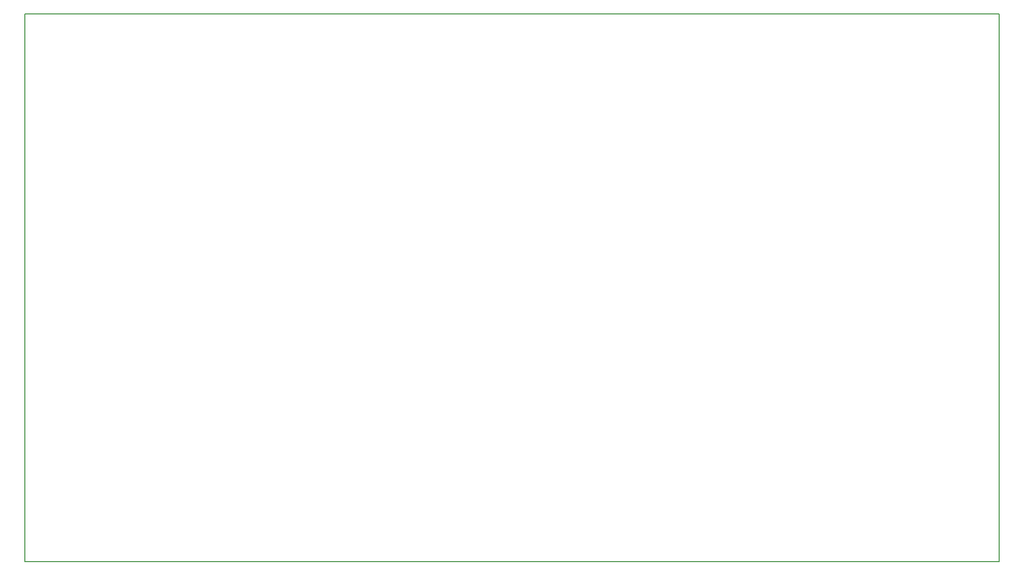
<source format=gm1>
G04 MADE WITH FRITZING*
G04 WWW.FRITZING.ORG*
G04 DOUBLE SIDED*
G04 HOLES PLATED*
G04 CONTOUR ON CENTER OF CONTOUR VECTOR*
%ASAXBY*%
%FSLAX23Y23*%
%MOIN*%
%OFA0B0*%
%SFA1.0B1.0*%
%ADD10R,6.543080X3.683590*%
%ADD11C,0.008000*%
%ADD10C,0.008*%
%LNCONTOUR*%
G90*
G70*
G54D10*
G54D11*
X4Y3680D02*
X6539Y3680D01*
X6539Y4D01*
X4Y4D01*
X4Y3680D01*
D02*
G04 End of contour*
M02*
</source>
